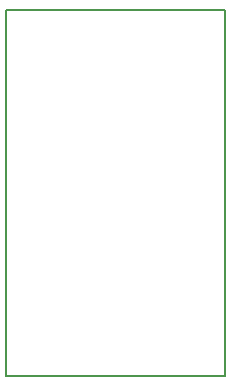
<source format=gm1>
G04 #@! TF.GenerationSoftware,KiCad,Pcbnew,7.0.9*
G04 #@! TF.CreationDate,2023-11-23T02:36:07+01:00*
G04 #@! TF.ProjectId,bosch_kf4_pll,626f7363-685f-46b6-9634-5f706c6c2e6b,2*
G04 #@! TF.SameCoordinates,Original*
G04 #@! TF.FileFunction,Profile,NP*
%FSLAX46Y46*%
G04 Gerber Fmt 4.6, Leading zero omitted, Abs format (unit mm)*
G04 Created by KiCad (PCBNEW 7.0.9) date 2023-11-23 02:36:07*
%MOMM*%
%LPD*%
G01*
G04 APERTURE LIST*
G04 #@! TA.AperFunction,Profile*
%ADD10C,0.150000*%
G04 #@! TD*
G04 APERTURE END LIST*
D10*
X137587500Y-76000000D02*
X156087500Y-76000000D01*
X137587500Y-107000000D02*
X137587500Y-76000000D01*
X156087500Y-76000000D02*
X156087500Y-107000000D01*
X156087500Y-107000000D02*
X137587500Y-107000000D01*
M02*

</source>
